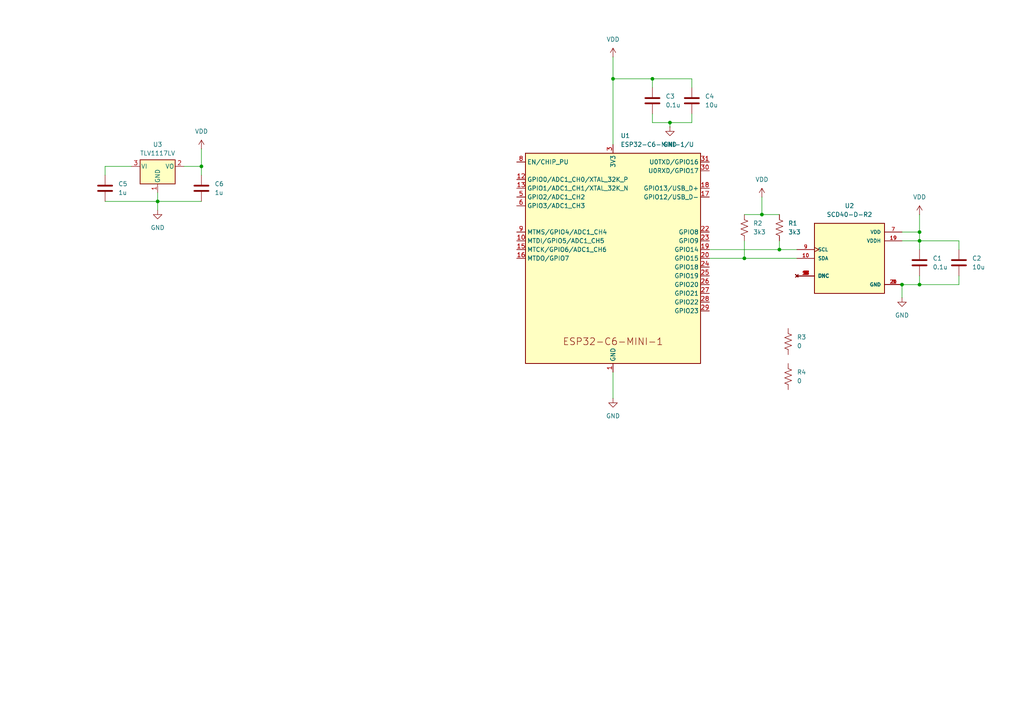
<source format=kicad_sch>
(kicad_sch (version 20231120) (generator "eeschema") (generator_version "8.0")
  (paper "A4")
  (lib_symbols
    (symbol "Device:C" (pin_numbers hide) (pin_names (offset 0.254))
      (property "Reference" "C" (at 0.635 2.54 0))
      (property "Value" "C" (at 0.635 -2.54 0))
      (symbol "C_0_1"
        (polyline (pts (xy -2.032 -0.762) (xy 2.032 -0.762)) (stroke (width 0.508)))
        (polyline (pts (xy -2.032 0.762) (xy 2.032 0.762)) (stroke (width 0.508)))
      )
      (symbol "C_1_1"
        (pin passive line (at 0 3.81 270) (length 2.794) (name "~") (number "1"))
        (pin passive line (at 0 -3.81 90) (length 2.794) (name "~") (number "2"))
      )
    )
    (symbol "Device:R_US" (pin_numbers hide) (pin_names (offset 0))
      (property "Reference" "R" (at 2.54 0 90))
      (property "Value" "R_US" (at -2.54 0 90))
      (symbol "R_US_0_1"
        (polyline (pts (xy 0 -2.286) (xy 0 -2.54)))
        (polyline (pts (xy 0 2.286) (xy 0 2.54)))
        (polyline (pts (xy 0 -0.762) (xy 1.016 -1.143) (xy 0 -1.524) (xy -1.016 -1.905) (xy 0 -2.286)))
        (polyline (pts (xy 0 0.762) (xy 1.016 0.381) (xy 0 0) (xy -1.016 -0.381) (xy 0 -0.762)))
        (polyline (pts (xy 0 2.286) (xy 1.016 1.905) (xy 0 1.524) (xy -1.016 1.143) (xy 0 0.762)))
      )
      (symbol "R_US_1_1"
        (pin passive line (at 0 3.81 270) (length 1.27) (name "~") (number "1"))
        (pin passive line (at 0 -3.81 90) (length 1.27) (name "~") (number "2"))
      )
    )
    (symbol "PCM_Espressif:ESP32-C6-MINI-1/U"
      (property "Reference" "U" (at -25.4 35.56 0))
      (property "Value" "ESP32-C6-MINI-1/U" (at -25.4 33.02 0))
      (symbol "ESP32-C6-MINI-1/U_0_0"
        (text "ESP32-C6-MINI-1" (at 0 -24.13 0) (effects (font (size 2 2))))
      )
      (symbol "ESP32-C6-MINI-1/U_0_1"
        (rectangle (start -25.4 30.48) (end 25.4 -30.48) (stroke (width 0.254)) (fill (type background)))
      )
      (symbol "ESP32-C6-MINI-1/U_1_1"
        (pin power_in line (at 0 -33.02 90) (length 2.54) (name "GND") (number "1"))
        (pin bidirectional line (at -27.94 5.08 0) (length 2.54) (name "MTDI/GPIO5/ADC1_CH5") (number "10"))
        (pin passive line (at 0 -33.02 90) (length 2.54) hide (name "GND") (number "11"))
        (pin bidirectional line (at -27.94 22.86 0) (length 2.54) (name "GPIO0/ADC1_CH0/XTAL_32K_P") (number "12"))
        (pin bidirectional line (at -27.94 20.32 0) (length 2.54) (name "GPIO1/ADC1_CH1/XTAL_32K_N") (number "13"))
        (pin passive line (at 0 -33.02 90) (length 2.54) hide (name "GND") (number "14"))
        (pin bidirectional line (at -27.94 2.54 0) (length 2.54) (name "MTCK/GPIO6/ADC1_CH6") (number "15"))
        (pin bidirectional line (at -27.94 0 0) (length 2.54) (name "MTDO/GPIO7") (number "16"))
        (pin bidirectional line (at 27.94 17.78 180) (length 2.54) (name "GPIO12/USB_D-") (number "17"))
        (pin bidirectional line (at 27.94 20.32 180) (length 2.54) (name "GPIO13/USB_D+") (number "18"))
        (pin bidirectional line (at 27.94 2.54 180) (length 2.54) (name "GPIO14") (number "19"))
        (pin passive line (at 0 -33.02 90) (length 2.54) hide (name "GND") (number "2"))
        (pin bidirectional line (at 27.94 0 180) (length 2.54) (name "GPIO15") (number "20"))
        (pin no_connect line (at -25.4 -10.16 0) (length 2.54) hide (name "NC") (number "21"))
        (pin bidirectional line (at 27.94 7.62 180) (length 2.54) (name "GPIO8") (number "22"))
        (pin bidirectional line (at 27.94 5.08 180) (length 2.54) (name "GPIO9") (number "23"))
        (pin bidirectional line (at 27.94 -2.54 180) (length 2.54) (name "GPIO18") (number "24"))
        (pin bidirectional line (at 27.94 -5.08 180) (length 2.54) (name "GPIO19") (number "25"))
        (pin bidirectional line (at 27.94 -7.62 180) (length 2.54) (name "GPIO20") (number "26"))
        (pin bidirectional line (at 27.94 -10.16 180) (length 2.54) (name "GPIO21") (number "27"))
        (pin bidirectional line (at 27.94 -12.7 180) (length 2.54) (name "GPIO22") (number "28"))
        (pin bidirectional line (at 27.94 -15.24 180) (length 2.54) (name "GPIO23") (number "29"))
        (pin power_in line (at 0 33.02 270) (length 2.54) (name "3V3") (number "3"))
        (pin bidirectional line (at 27.94 25.4 180) (length 2.54) (name "U0RXD/GPIO17") (number "30"))
        (pin bidirectional line (at 27.94 27.94 180) (length 2.54) (name "U0TXD/GPIO16") (number "31"))
        (pin no_connect line (at -25.4 -12.7 0) (length 2.54) hide (name "NC") (number "32"))
        (pin no_connect line (at -25.4 -15.24 0) (length 2.54) hide (name "NC") (number "33"))
        (pin no_connect line (at -25.4 -17.78 0) (length 2.54) hide (name "NC") (number "34"))
        (pin no_connect line (at -25.4 -20.32 0) (length 2.54) hide (name "NC") (number "35"))
        (pin passive line (at 0 -33.02 90) (length 2.54) hide (name "GND") (number "36"))
        (pin passive line (at 0 -33.02 90) (length 2.54) hide (name "GND") (number "37"))
        (pin passive line (at 0 -33.02 90) (length 2.54) hide (name "GND") (number "38"))
        (pin passive line (at 0 -33.02 90) (length 2.54) hide (name "GND") (number "39"))
        (pin no_connect line (at -25.4 -5.08 0) (length 2.54) hide (name "NC") (number "4"))
        (pin passive line (at 0 -33.02 90) (length 2.54) hide (name "GND") (number "40"))
        (pin passive line (at 0 -33.02 90) (length 2.54) hide (name "GND") (number "41"))
        (pin passive line (at 0 -33.02 90) (length 2.54) hide (name "GND") (number "42"))
        (pin passive line (at 0 -33.02 90) (length 2.54) hide (name "GND") (number "43"))
        (pin passive line (at 0 -33.02 90) (length 2.54) hide (name "GND") (number "44"))
        (pin passive line (at 0 -33.02 90) (length 2.54) hide (name "GND") (number "45"))
        (pin passive line (at 0 -33.02 90) (length 2.54) hide (name "GND") (number "46"))
        (pin passive line (at 0 -33.02 90) (length 2.54) hide (name "GND") (number "47"))
        (pin passive line (at 0 -33.02 90) (length 2.54) hide (name "GND") (number "48"))
        (pin passive line (at 0 -33.02 90) (length 2.54) hide (name "GND") (number "49"))
        (pin bidirectional line (at -27.94 17.78 0) (length 2.54) (name "GPIO2/ADC1_CH2") (number "5"))
        (pin passive line (at 0 -33.02 90) (length 2.54) hide (name "GND") (number "50"))
        (pin passive line (at 0 -33.02 90) (length 2.54) hide (name "GND") (number "51"))
        (pin passive line (at 0 -33.02 90) (length 2.54) hide (name "GND") (number "52"))
        (pin passive line (at 0 -33.02 90) (length 2.54) hide (name "GND") (number "53"))
        (pin bidirectional line (at -27.94 15.24 0) (length 2.54) (name "GPIO3/ADC1_CH3") (number "6"))
        (pin no_connect line (at -25.4 -7.62 0) (length 2.54) hide (name "NC") (number "7"))
        (pin input line (at -27.94 27.94 0) (length 2.54) (name "EN/CHIP_PU") (number "8"))
        (pin bidirectional line (at -27.94 7.62 0) (length 2.54) (name "MTMS/GPIO4/ADC1_CH4") (number "9"))
      )
    )
    (symbol "Regulator_Linear:TLV1117-33" (pin_names (offset 0.254))
      (property "Reference" "U" (at -3.81 3.175 0))
      (property "Value" "TLV1117-33" (at 0 3.175 0))
      (symbol "TLV1117-33_0_1"
        (rectangle (start -5.08 -5.08) (end 5.08 1.905) (stroke (width 0.254)) (fill (type background)))
      )
      (symbol "TLV1117-33_1_1"
        (pin power_in line (at 0 -7.62 90) (length 2.54) (name "GND") (number "1"))
        (pin power_out line (at 7.62 0 180) (length 2.54) (name "VO") (number "2"))
        (pin power_in line (at -7.62 0 0) (length 2.54) (name "VI") (number "3"))
      )
    )
    (symbol "SCD40-D-R2:SCD40-D-R2" (pin_names (offset 1.016))
      (property "Reference" "U" (at -10.16 11.176 0))
      (property "Value" "SCD40-D-R2" (at -10.16 -12.7 0))
      (symbol "SCD40-D-R2_0_0"
        (rectangle (start -10.16 -10.16) (end 10.16 10.16) (stroke (width 0.254)) (fill (type background)))
        (pin no_connect line (at -15.24 -5.08 0) (length 5.08) (name "DNC") (number "1"))
        (pin bidirectional line (at -15.24 0 0) (length 5.08) (name "SDA") (number "10"))
        (pin no_connect line (at -15.24 -5.08 0) (length 5.08) (name "DNC") (number "11"))
        (pin no_connect line (at -15.24 -5.08 0) (length 5.08) (name "DNC") (number "12"))
        (pin no_connect line (at -15.24 -5.08 0) (length 5.08) (name "DNC") (number "13"))
        (pin no_connect line (at -15.24 -5.08 0) (length 5.08) (name "DNC") (number "14"))
        (pin no_connect line (at -15.24 -5.08 0) (length 5.08) (name "DNC") (number "15"))
        (pin no_connect line (at -15.24 -5.08 0) (length 5.08) (name "DNC") (number "16"))
        (pin no_connect line (at -15.24 -5.08 0) (length 5.08) (name "DNC") (number "17"))
        (pin no_connect line (at -15.24 -5.08 0) (length 5.08) (name "DNC") (number "18"))
        (pin power_in line (at 15.24 5.08 180) (length 5.08) (name "VDDH") (number "19"))
        (pin no_connect line (at -15.24 -5.08 0) (length 5.08) (name "DNC") (number "2"))
        (pin power_in line (at 15.24 -7.62 180) (length 5.08) (name "GND") (number "20"))
        (pin power_in line (at 15.24 -7.62 180) (length 5.08) (name "GND") (number "21"))
        (pin no_connect line (at -15.24 -5.08 0) (length 5.08) (name "DNC") (number "3"))
        (pin no_connect line (at -15.24 -5.08 0) (length 5.08) (name "DNC") (number "4"))
        (pin no_connect line (at -15.24 -5.08 0) (length 5.08) (name "DNC") (number "5"))
        (pin power_in line (at 15.24 -7.62 180) (length 5.08) (name "GND") (number "6"))
        (pin power_in line (at 15.24 7.62 180) (length 5.08) (name "VDD") (number "7"))
        (pin no_connect line (at -15.24 -5.08 0) (length 5.08) (name "DNC") (number "8"))
        (pin input clock (at -15.24 2.54 0) (length 5.08) (name "SCL") (number "9"))
      )
    )
    (symbol "power:GND" (power) (pin_numbers hide) (pin_names (offset 0) hide)
      (property "Value" "GND" (at 0 -3.81 0))
      (symbol "GND_0_1"
        (polyline (pts (xy 0 0) (xy 0 -1.27) (xy 1.27 -1.27) (xy 0 -2.54) (xy -1.27 -1.27) (xy 0 -1.27)))
      )
      (symbol "GND_1_1"
        (pin power_in line (at 0 0 270) (length 0) (name "~") (number "1"))
      )
    )
    (symbol "power:VDD" (power) (pin_numbers hide) (pin_names (offset 0) hide)
      (property "Value" "VDD" (at 0 3.556 0))
      (symbol "VDD_0_1"
        (polyline (pts (xy -0.762 1.27) (xy 0 2.54)))
        (polyline (pts (xy 0 0) (xy 0 2.54)))
        (polyline (pts (xy 0 2.54) (xy 0.762 1.27)))
      )
      (symbol "VDD_1_1"
        (pin power_in line (at 0 0 90) (length 0) (name "~") (number "1"))
      )
    )
  )
  (junction (at 261.62 82.55))
  (junction (at 189.23 22.86))
  (junction (at 266.7 67.31))
  (junction (at 194.31 35.56))
  (junction (at 226.06 72.39))
  (junction (at 215.9 74.93))
  (junction (at 58.42 48.26))
  (junction (at 266.7 69.85))
  (junction (at 266.7 82.55))
  (junction (at 177.8 22.86))
  (junction (at 220.98 62.23))
  (junction (at 45.72 58.42))
  (wire (pts (xy 177.8 107.95) (xy 177.8 115.57)))
  (wire (pts (xy 45.72 58.42) (xy 58.42 58.42)))
  (wire (pts (xy 266.7 69.85) (xy 266.7 72.39)))
  (wire (pts (xy 177.8 16.51) (xy 177.8 22.86)))
  (wire (pts (xy 266.7 69.85) (xy 261.62 69.85)))
  (wire (pts (xy 278.13 82.55) (xy 266.7 82.55)))
  (wire (pts (xy 220.98 62.23) (xy 220.98 57.15)))
  (wire (pts (xy 261.62 67.31) (xy 266.7 67.31)))
  (wire (pts (xy 200.66 22.86) (xy 189.23 22.86)))
  (wire (pts (xy 278.13 69.85) (xy 266.7 69.85)))
  (wire (pts (xy 261.62 82.55) (xy 261.62 86.36)))
  (wire (pts (xy 30.48 48.26) (xy 30.48 50.8)))
  (wire (pts (xy 278.13 72.39) (xy 278.13 69.85)))
  (wire (pts (xy 58.42 43.18) (xy 58.42 48.26)))
  (wire (pts (xy 205.74 74.93) (xy 215.9 74.93)))
  (wire (pts (xy 266.7 67.31) (xy 266.7 69.85)))
  (wire (pts (xy 266.7 80.01) (xy 266.7 82.55)))
  (wire (pts (xy 226.06 62.23) (xy 220.98 62.23)))
  (wire (pts (xy 200.66 25.4) (xy 200.66 22.86)))
  (wire (pts (xy 226.06 69.85) (xy 226.06 72.39)))
  (wire (pts (xy 194.31 35.56) (xy 200.66 35.56)))
  (wire (pts (xy 177.8 22.86) (xy 189.23 22.86)))
  (wire (pts (xy 194.31 35.56) (xy 194.31 36.83)))
  (wire (pts (xy 189.23 22.86) (xy 189.23 25.4)))
  (wire (pts (xy 261.62 82.55) (xy 266.7 82.55)))
  (wire (pts (xy 215.9 74.93) (xy 231.14 74.93)))
  (wire (pts (xy 38.1 48.26) (xy 30.48 48.26)))
  (wire (pts (xy 189.23 33.02) (xy 189.23 35.56)))
  (wire (pts (xy 215.9 62.23) (xy 220.98 62.23)))
  (wire (pts (xy 45.72 55.88) (xy 45.72 58.42)))
  (wire (pts (xy 58.42 50.8) (xy 58.42 48.26)))
  (wire (pts (xy 45.72 58.42) (xy 45.72 60.96)))
  (wire (pts (xy 30.48 58.42) (xy 45.72 58.42)))
  (wire (pts (xy 177.8 22.86) (xy 177.8 41.91)))
  (wire (pts (xy 58.42 48.26) (xy 53.34 48.26)))
  (wire (pts (xy 200.66 33.02) (xy 200.66 35.56)))
  (wire (pts (xy 215.9 69.85) (xy 215.9 74.93)))
  (wire (pts (xy 278.13 80.01) (xy 278.13 82.55)))
  (wire (pts (xy 266.7 62.23) (xy 266.7 67.31)))
  (wire (pts (xy 205.74 72.39) (xy 226.06 72.39)))
  (wire (pts (xy 189.23 35.56) (xy 194.31 35.56)))
  (wire (pts (xy 226.06 72.39) (xy 231.14 72.39)))
  (symbol (lib_id "Device:C") (at 30.48 54.61 0) (unit 1)
    (property "Reference" "C5" (at 34.29 53.3399 0) (effects (justify left)))
    (property "Value" "1u" (at 34.29 55.8799 0) (effects (justify left)))
    (property "Description" "Unpolarized capacitor" (effects (hide yes)))
  )
  (symbol (lib_id "power:GND") (at 261.62 86.36 0) (unit 1)
    (property "Reference" "#PWR01" (effects (hide yes)))
    (property "Value" "GND" (at 261.62 91.44 0))
    (property "Description" "Power symbol creates a global label with name \"GND\" , ground" (effects (hide yes)))
  )
  (symbol (lib_id "Device:R_US") (at 228.6 99.06 0) (unit 1)
    (property "Reference" "R3" (at 231.14 97.7899 0) (effects (justify left)))
    (property "Value" "0" (at 231.14 100.3299 0) (effects (justify left)))
    (property "Description" "Resistor, US symbol" (effects (hide yes)))
  )
  (symbol (lib_id "Device:C") (at 278.13 76.2 0) (unit 1)
    (property "Reference" "C2" (at 281.94 74.9299 0) (effects (justify left)))
    (property "Value" "10u" (at 281.94 77.4699 0) (effects (justify left)))
    (property "Description" "Unpolarized capacitor" (effects (hide yes)))
  )
  (symbol (lib_id "Device:R_US") (at 215.9 66.04 0) (unit 1)
    (property "Reference" "R2" (at 218.44 64.7699 0) (effects (justify left)))
    (property "Value" "3k3" (at 218.44 67.3099 0) (effects (justify left)))
    (property "Description" "Resistor, US symbol" (effects (hide yes)))
  )
  (symbol (lib_id "Device:C") (at 58.42 54.61 0) (unit 1)
    (property "Reference" "C6" (at 62.23 53.3399 0) (effects (justify left)))
    (property "Value" "1u" (at 62.23 55.8799 0) (effects (justify left)))
    (property "Description" "Unpolarized capacitor" (effects (hide yes)))
  )
  (symbol (lib_id "Device:C") (at 266.7 76.2 0) (unit 1)
    (property "Reference" "C1" (at 270.51 74.9299 0) (effects (justify left)))
    (property "Value" "0.1u" (at 270.51 77.4699 0) (effects (justify left)))
    (property "Description" "Unpolarized capacitor" (effects (hide yes)))
  )
  (symbol (lib_id "power:GND") (at 45.72 60.96 0) (unit 1)
    (property "Reference" "#PWR06" (effects (hide yes)))
    (property "Value" "GND" (at 45.72 66.04 0))
    (property "Description" "Power symbol creates a global label with name \"GND\" , ground" (effects (hide yes)))
  )
  (symbol (lib_id "PCM_Espressif:ESP32-C6-MINI-1/U") (at 177.8 74.93 0) (unit 1)
    (property "Reference" "U1" (at 179.9941 39.37 0) (effects (justify left)))
    (property "Value" "ESP32-C6-MINI-1/U" (at 179.9941 41.91 0) (effects (justify left)))
    (property "Footprint" "PCM_Espressif:ESP32-C6-MINI-1" (effects (hide yes)))
    (property "Datasheet" "https://www.espressif.com/sites/default/files/documentation/esp32-c6-mini-1_datasheet_en.pdf" (effects (hide yes)))
    (property "Description" "ESP32-C6-MINI-1 is a module that supports 2.4 GHz Wi-Fi 6 (802.11 ax), Bluetooth® 5 (LE), Zigbee and Thread (802.15.4)" (effects (hide yes)))
  )
  (symbol (lib_id "power:VDD") (at 266.7 62.23 0) (unit 1)
    (property "Reference" "#PWR02" (effects (hide yes)))
    (property "Value" "VDD" (at 266.7 57.15 0))
    (property "Description" "Power symbol creates a global label with name \"VDD\"" (effects (hide yes)))
  )
  (symbol (lib_id "Device:C") (at 200.66 29.21 0) (unit 1)
    (property "Reference" "C4" (at 204.47 27.9399 0) (effects (justify left)))
    (property "Value" "10u" (at 204.47 30.4799 0) (effects (justify left)))
    (property "Description" "Unpolarized capacitor" (effects (hide yes)))
  )
  (symbol (lib_id "power:GND") (at 177.8 115.57 0) (unit 1)
    (property "Reference" "#PWR08" (effects (hide yes)))
    (property "Value" "GND" (at 177.8 120.65 0))
    (property "Description" "Power symbol creates a global label with name \"GND\" , ground" (effects (hide yes)))
  )
  (symbol (lib_id "Device:R_US") (at 226.06 66.04 0) (unit 1)
    (property "Reference" "R1" (at 228.6 64.7699 0) (effects (justify left)))
    (property "Value" "3k3" (at 228.6 67.3099 0) (effects (justify left)))
    (property "Description" "Resistor, US symbol" (effects (hide yes)))
  )
  (symbol (lib_id "power:GND") (at 194.31 36.83 0) (unit 1)
    (property "Reference" "#PWR05" (effects (hide yes)))
    (property "Value" "GND" (at 194.31 41.91 0))
    (property "Description" "Power symbol creates a global label with name \"GND\" , ground" (effects (hide yes)))
  )
  (symbol (lib_id "power:VDD") (at 58.42 43.18 0) (unit 1)
    (property "Reference" "#PWR07" (effects (hide yes)))
    (property "Value" "VDD" (at 58.42 38.1 0))
    (property "Description" "Power symbol creates a global label with name \"VDD\"" (effects (hide yes)))
  )
  (symbol (lib_id "SCD40-D-R2:SCD40-D-R2") (at 246.38 74.93 0) (unit 1)
    (property "Reference" "U2" (at 246.38 59.69 0))
    (property "Value" "SCD40-D-R2" (at 246.38 62.23 0))
    (property "Footprint" "SCD40-D-R2:XDCR_SCD40-D-R2" (effects (hide yes)))
    (property "MF" "Sensirion AG" (effects (hide yes)))
    (property "MAXIMUM_PACKAGE_HEIGHT" "6.8mm" (effects (hide yes)))
    (property "Package" "None" (effects (hide yes)))
    (property "Price" "None" (effects (hide yes)))
    (property "Check_prices" "https://www.snapeda.com/parts/SCD40-D-R2/Sensirion/view-part/?ref=eda" (effects (hide yes)))
    (property "STANDARD" "Manufacturer Recommendations" (effects (hide yes)))
    (property "PARTREV" "1.2" (effects (hide yes)))
    (property "SnapEDA_Link" "https://www.snapeda.com/parts/SCD40-D-R2/Sensirion/view-part/?ref=snap" (effects (hide yes)))
    (property "MP" "SCD40-D-R2" (effects (hide yes)))
    (property "Purchase-URL" "https://www.snapeda.com/api/url_track_click_mouser/?unipart_id=5533477&manufacturer=Sensirion AG&part_name=SCD40-D-R2&search_term=None" (effects (hide yes)))
    (property "Description_1" "\n                        \n                            Air Quality Sensor CO2 Sensor 2.5V/3.3V/5V 20-Pin SMD EP\n                        \n" (effects (hide yes)))
    (property "SNAPEDA_PN" "SCD41-D-R2" (effects (hide yes)))
    (property "Availability" "In Stock" (effects (hide yes)))
    (property "MANUFACTURER" "Sensirion" (effects (hide yes)))
  )
  (symbol (lib_id "Regulator_Linear:TLV1117-33") (at 45.72 48.26 0) (unit 1)
    (property "Reference" "U3" (at 45.72 41.91 0))
    (property "Value" "TLV1117LV" (at 45.72 44.45 0))
    (property "Datasheet" "http://www.ti.com/lit/ds/symlink/tlv1117.pdf" (effects (hide yes)))
    (property "Description" "800mA Low-Dropout Linear Regulator, 3.3V fixed output, TO-220/TO-252/TO-263/SOT-223" (effects (hide yes)))
  )
  (symbol (lib_id "power:VDD") (at 220.98 57.15 0) (unit 1)
    (property "Reference" "#PWR03" (effects (hide yes)))
    (property "Value" "VDD" (at 220.98 52.07 0))
    (property "Description" "Power symbol creates a global label with name \"VDD\"" (effects (hide yes)))
  )
  (symbol (lib_id "Device:R_US") (at 228.6 109.22 0) (unit 1)
    (property "Reference" "R4" (at 231.14 107.9499 0) (effects (justify left)))
    (property "Value" "0" (at 231.14 110.4899 0) (effects (justify left)))
    (property "Description" "Resistor, US symbol" (effects (hide yes)))
  )
  (symbol (lib_id "Device:C") (at 189.23 29.21 0) (unit 1)
    (property "Reference" "C3" (at 193.04 27.9399 0) (effects (justify left)))
    (property "Value" "0.1u" (at 193.04 30.4799 0) (effects (justify left)))
    (property "Description" "Unpolarized capacitor" (effects (hide yes)))
  )
  (symbol (lib_id "power:VDD") (at 177.8 16.51 0) (unit 1)
    (property "Reference" "#PWR04" (effects (hide yes)))
    (property "Value" "VDD" (at 177.8 11.43 0))
    (property "Description" "Power symbol creates a global label with name \"VDD\"" (effects (hide yes)))
  )
)
</source>
